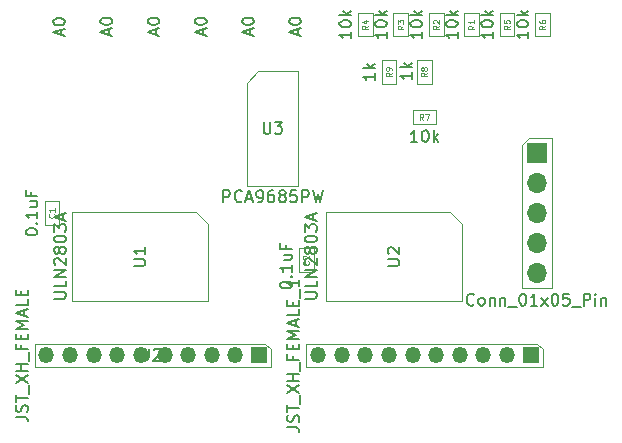
<source format=gbr>
%TF.GenerationSoftware,KiCad,Pcbnew,8.0.4*%
%TF.CreationDate,2024-10-01T17:05:48-05:00*%
%TF.ProjectId,Haptics PWM module,48617074-6963-4732-9050-574d206d6f64,rev?*%
%TF.SameCoordinates,Original*%
%TF.FileFunction,Soldermask,Bot*%
%TF.FilePolarity,Negative*%
%FSLAX46Y46*%
G04 Gerber Fmt 4.6, Leading zero omitted, Abs format (unit mm)*
G04 Created by KiCad (PCBNEW 8.0.4) date 2024-10-01 17:05:48*
%MOMM*%
%LPD*%
G01*
G04 APERTURE LIST*
%ADD10R,1.350000X1.350000*%
%ADD11O,1.350000X1.350000*%
%ADD12R,1.700000X1.700000*%
%ADD13O,1.700000X1.700000*%
%ADD14C,0.150000*%
%ADD15C,0.080000*%
%ADD16C,0.100000*%
G04 APERTURE END LIST*
D10*
%TO.C,J3*%
X123500000Y-145000000D03*
D11*
X121500000Y-145000000D03*
X119500000Y-145000000D03*
X117500000Y-145000000D03*
X115500000Y-145000000D03*
X113500000Y-145000000D03*
X111500000Y-145000000D03*
X109500000Y-145000000D03*
X107500000Y-145000000D03*
X105500000Y-145000000D03*
%TD*%
D10*
%TO.C,J2*%
X100500000Y-145000000D03*
D11*
X98500000Y-145000000D03*
X96500000Y-145000000D03*
X94500000Y-145000000D03*
X92500000Y-145000000D03*
X90500000Y-145000000D03*
X88500000Y-145000000D03*
X86500000Y-145000000D03*
X84500000Y-145000000D03*
X82500000Y-145000000D03*
%TD*%
D12*
%TO.C,J1*%
X124000000Y-127840000D03*
D13*
X124000000Y-130380000D03*
X124000000Y-132920000D03*
X124000000Y-135460000D03*
X124000000Y-138000000D03*
%TD*%
D14*
X83154819Y-140197618D02*
X83964342Y-140197618D01*
X83964342Y-140197618D02*
X84059580Y-140149999D01*
X84059580Y-140149999D02*
X84107200Y-140102380D01*
X84107200Y-140102380D02*
X84154819Y-140007142D01*
X84154819Y-140007142D02*
X84154819Y-139816666D01*
X84154819Y-139816666D02*
X84107200Y-139721428D01*
X84107200Y-139721428D02*
X84059580Y-139673809D01*
X84059580Y-139673809D02*
X83964342Y-139626190D01*
X83964342Y-139626190D02*
X83154819Y-139626190D01*
X84154819Y-138673809D02*
X84154819Y-139149999D01*
X84154819Y-139149999D02*
X83154819Y-139149999D01*
X84154819Y-138340475D02*
X83154819Y-138340475D01*
X83154819Y-138340475D02*
X84154819Y-137769047D01*
X84154819Y-137769047D02*
X83154819Y-137769047D01*
X83250057Y-137340475D02*
X83202438Y-137292856D01*
X83202438Y-137292856D02*
X83154819Y-137197618D01*
X83154819Y-137197618D02*
X83154819Y-136959523D01*
X83154819Y-136959523D02*
X83202438Y-136864285D01*
X83202438Y-136864285D02*
X83250057Y-136816666D01*
X83250057Y-136816666D02*
X83345295Y-136769047D01*
X83345295Y-136769047D02*
X83440533Y-136769047D01*
X83440533Y-136769047D02*
X83583390Y-136816666D01*
X83583390Y-136816666D02*
X84154819Y-137388094D01*
X84154819Y-137388094D02*
X84154819Y-136769047D01*
X83583390Y-136197618D02*
X83535771Y-136292856D01*
X83535771Y-136292856D02*
X83488152Y-136340475D01*
X83488152Y-136340475D02*
X83392914Y-136388094D01*
X83392914Y-136388094D02*
X83345295Y-136388094D01*
X83345295Y-136388094D02*
X83250057Y-136340475D01*
X83250057Y-136340475D02*
X83202438Y-136292856D01*
X83202438Y-136292856D02*
X83154819Y-136197618D01*
X83154819Y-136197618D02*
X83154819Y-136007142D01*
X83154819Y-136007142D02*
X83202438Y-135911904D01*
X83202438Y-135911904D02*
X83250057Y-135864285D01*
X83250057Y-135864285D02*
X83345295Y-135816666D01*
X83345295Y-135816666D02*
X83392914Y-135816666D01*
X83392914Y-135816666D02*
X83488152Y-135864285D01*
X83488152Y-135864285D02*
X83535771Y-135911904D01*
X83535771Y-135911904D02*
X83583390Y-136007142D01*
X83583390Y-136007142D02*
X83583390Y-136197618D01*
X83583390Y-136197618D02*
X83631009Y-136292856D01*
X83631009Y-136292856D02*
X83678628Y-136340475D01*
X83678628Y-136340475D02*
X83773866Y-136388094D01*
X83773866Y-136388094D02*
X83964342Y-136388094D01*
X83964342Y-136388094D02*
X84059580Y-136340475D01*
X84059580Y-136340475D02*
X84107200Y-136292856D01*
X84107200Y-136292856D02*
X84154819Y-136197618D01*
X84154819Y-136197618D02*
X84154819Y-136007142D01*
X84154819Y-136007142D02*
X84107200Y-135911904D01*
X84107200Y-135911904D02*
X84059580Y-135864285D01*
X84059580Y-135864285D02*
X83964342Y-135816666D01*
X83964342Y-135816666D02*
X83773866Y-135816666D01*
X83773866Y-135816666D02*
X83678628Y-135864285D01*
X83678628Y-135864285D02*
X83631009Y-135911904D01*
X83631009Y-135911904D02*
X83583390Y-136007142D01*
X83154819Y-135197618D02*
X83154819Y-135102380D01*
X83154819Y-135102380D02*
X83202438Y-135007142D01*
X83202438Y-135007142D02*
X83250057Y-134959523D01*
X83250057Y-134959523D02*
X83345295Y-134911904D01*
X83345295Y-134911904D02*
X83535771Y-134864285D01*
X83535771Y-134864285D02*
X83773866Y-134864285D01*
X83773866Y-134864285D02*
X83964342Y-134911904D01*
X83964342Y-134911904D02*
X84059580Y-134959523D01*
X84059580Y-134959523D02*
X84107200Y-135007142D01*
X84107200Y-135007142D02*
X84154819Y-135102380D01*
X84154819Y-135102380D02*
X84154819Y-135197618D01*
X84154819Y-135197618D02*
X84107200Y-135292856D01*
X84107200Y-135292856D02*
X84059580Y-135340475D01*
X84059580Y-135340475D02*
X83964342Y-135388094D01*
X83964342Y-135388094D02*
X83773866Y-135435713D01*
X83773866Y-135435713D02*
X83535771Y-135435713D01*
X83535771Y-135435713D02*
X83345295Y-135388094D01*
X83345295Y-135388094D02*
X83250057Y-135340475D01*
X83250057Y-135340475D02*
X83202438Y-135292856D01*
X83202438Y-135292856D02*
X83154819Y-135197618D01*
X83154819Y-134530951D02*
X83154819Y-133911904D01*
X83154819Y-133911904D02*
X83535771Y-134245237D01*
X83535771Y-134245237D02*
X83535771Y-134102380D01*
X83535771Y-134102380D02*
X83583390Y-134007142D01*
X83583390Y-134007142D02*
X83631009Y-133959523D01*
X83631009Y-133959523D02*
X83726247Y-133911904D01*
X83726247Y-133911904D02*
X83964342Y-133911904D01*
X83964342Y-133911904D02*
X84059580Y-133959523D01*
X84059580Y-133959523D02*
X84107200Y-134007142D01*
X84107200Y-134007142D02*
X84154819Y-134102380D01*
X84154819Y-134102380D02*
X84154819Y-134388094D01*
X84154819Y-134388094D02*
X84107200Y-134483332D01*
X84107200Y-134483332D02*
X84059580Y-134530951D01*
X83869104Y-133530951D02*
X83869104Y-133054761D01*
X84154819Y-133626189D02*
X83154819Y-133292856D01*
X83154819Y-133292856D02*
X84154819Y-132959523D01*
X89874819Y-137411904D02*
X90684342Y-137411904D01*
X90684342Y-137411904D02*
X90779580Y-137364285D01*
X90779580Y-137364285D02*
X90827200Y-137316666D01*
X90827200Y-137316666D02*
X90874819Y-137221428D01*
X90874819Y-137221428D02*
X90874819Y-137030952D01*
X90874819Y-137030952D02*
X90827200Y-136935714D01*
X90827200Y-136935714D02*
X90779580Y-136888095D01*
X90779580Y-136888095D02*
X90684342Y-136840476D01*
X90684342Y-136840476D02*
X89874819Y-136840476D01*
X90874819Y-135840476D02*
X90874819Y-136411904D01*
X90874819Y-136126190D02*
X89874819Y-136126190D01*
X89874819Y-136126190D02*
X90017676Y-136221428D01*
X90017676Y-136221428D02*
X90112914Y-136316666D01*
X90112914Y-136316666D02*
X90160533Y-136411904D01*
X110304819Y-121119047D02*
X110304819Y-121690475D01*
X110304819Y-121404761D02*
X109304819Y-121404761D01*
X109304819Y-121404761D02*
X109447676Y-121499999D01*
X109447676Y-121499999D02*
X109542914Y-121595237D01*
X109542914Y-121595237D02*
X109590533Y-121690475D01*
X110304819Y-120690475D02*
X109304819Y-120690475D01*
X109923866Y-120595237D02*
X110304819Y-120309523D01*
X109638152Y-120309523D02*
X110019104Y-120690475D01*
D15*
X111727149Y-121083333D02*
X111489054Y-121249999D01*
X111727149Y-121369047D02*
X111227149Y-121369047D01*
X111227149Y-121369047D02*
X111227149Y-121178571D01*
X111227149Y-121178571D02*
X111250959Y-121130952D01*
X111250959Y-121130952D02*
X111274768Y-121107142D01*
X111274768Y-121107142D02*
X111322387Y-121083333D01*
X111322387Y-121083333D02*
X111393816Y-121083333D01*
X111393816Y-121083333D02*
X111441435Y-121107142D01*
X111441435Y-121107142D02*
X111465244Y-121130952D01*
X111465244Y-121130952D02*
X111489054Y-121178571D01*
X111489054Y-121178571D02*
X111489054Y-121369047D01*
X111727149Y-120845237D02*
X111727149Y-120749999D01*
X111727149Y-120749999D02*
X111703340Y-120702380D01*
X111703340Y-120702380D02*
X111679530Y-120678571D01*
X111679530Y-120678571D02*
X111608101Y-120630952D01*
X111608101Y-120630952D02*
X111512863Y-120607142D01*
X111512863Y-120607142D02*
X111322387Y-120607142D01*
X111322387Y-120607142D02*
X111274768Y-120630952D01*
X111274768Y-120630952D02*
X111250959Y-120654761D01*
X111250959Y-120654761D02*
X111227149Y-120702380D01*
X111227149Y-120702380D02*
X111227149Y-120797618D01*
X111227149Y-120797618D02*
X111250959Y-120845237D01*
X111250959Y-120845237D02*
X111274768Y-120869047D01*
X111274768Y-120869047D02*
X111322387Y-120892856D01*
X111322387Y-120892856D02*
X111441435Y-120892856D01*
X111441435Y-120892856D02*
X111489054Y-120869047D01*
X111489054Y-120869047D02*
X111512863Y-120845237D01*
X111512863Y-120845237D02*
X111536673Y-120797618D01*
X111536673Y-120797618D02*
X111536673Y-120702380D01*
X111536673Y-120702380D02*
X111512863Y-120654761D01*
X111512863Y-120654761D02*
X111489054Y-120630952D01*
X111489054Y-120630952D02*
X111441435Y-120607142D01*
D14*
X102894819Y-151071429D02*
X103609104Y-151071429D01*
X103609104Y-151071429D02*
X103751961Y-151119048D01*
X103751961Y-151119048D02*
X103847200Y-151214286D01*
X103847200Y-151214286D02*
X103894819Y-151357143D01*
X103894819Y-151357143D02*
X103894819Y-151452381D01*
X103847200Y-150642857D02*
X103894819Y-150500000D01*
X103894819Y-150500000D02*
X103894819Y-150261905D01*
X103894819Y-150261905D02*
X103847200Y-150166667D01*
X103847200Y-150166667D02*
X103799580Y-150119048D01*
X103799580Y-150119048D02*
X103704342Y-150071429D01*
X103704342Y-150071429D02*
X103609104Y-150071429D01*
X103609104Y-150071429D02*
X103513866Y-150119048D01*
X103513866Y-150119048D02*
X103466247Y-150166667D01*
X103466247Y-150166667D02*
X103418628Y-150261905D01*
X103418628Y-150261905D02*
X103371009Y-150452381D01*
X103371009Y-150452381D02*
X103323390Y-150547619D01*
X103323390Y-150547619D02*
X103275771Y-150595238D01*
X103275771Y-150595238D02*
X103180533Y-150642857D01*
X103180533Y-150642857D02*
X103085295Y-150642857D01*
X103085295Y-150642857D02*
X102990057Y-150595238D01*
X102990057Y-150595238D02*
X102942438Y-150547619D01*
X102942438Y-150547619D02*
X102894819Y-150452381D01*
X102894819Y-150452381D02*
X102894819Y-150214286D01*
X102894819Y-150214286D02*
X102942438Y-150071429D01*
X102894819Y-149785714D02*
X102894819Y-149214286D01*
X103894819Y-149500000D02*
X102894819Y-149500000D01*
X103990057Y-149119048D02*
X103990057Y-148357143D01*
X102894819Y-148214285D02*
X103894819Y-147547619D01*
X102894819Y-147547619D02*
X103894819Y-148214285D01*
X103894819Y-147166666D02*
X102894819Y-147166666D01*
X103371009Y-147166666D02*
X103371009Y-146595238D01*
X103894819Y-146595238D02*
X102894819Y-146595238D01*
X103990057Y-146357143D02*
X103990057Y-145595238D01*
X103371009Y-145023809D02*
X103371009Y-145357142D01*
X103894819Y-145357142D02*
X102894819Y-145357142D01*
X102894819Y-145357142D02*
X102894819Y-144880952D01*
X103371009Y-144499999D02*
X103371009Y-144166666D01*
X103894819Y-144023809D02*
X103894819Y-144499999D01*
X103894819Y-144499999D02*
X102894819Y-144499999D01*
X102894819Y-144499999D02*
X102894819Y-144023809D01*
X103894819Y-143595237D02*
X102894819Y-143595237D01*
X102894819Y-143595237D02*
X103609104Y-143261904D01*
X103609104Y-143261904D02*
X102894819Y-142928571D01*
X102894819Y-142928571D02*
X103894819Y-142928571D01*
X103609104Y-142499999D02*
X103609104Y-142023809D01*
X103894819Y-142595237D02*
X102894819Y-142261904D01*
X102894819Y-142261904D02*
X103894819Y-141928571D01*
X103894819Y-141119047D02*
X103894819Y-141595237D01*
X103894819Y-141595237D02*
X102894819Y-141595237D01*
X103371009Y-140785713D02*
X103371009Y-140452380D01*
X103894819Y-140309523D02*
X103894819Y-140785713D01*
X103894819Y-140785713D02*
X102894819Y-140785713D01*
X102894819Y-140785713D02*
X102894819Y-140309523D01*
X103990057Y-140119047D02*
X103990057Y-139357142D01*
X103894819Y-138595237D02*
X103894819Y-139166665D01*
X103894819Y-138880951D02*
X102894819Y-138880951D01*
X102894819Y-138880951D02*
X103037676Y-138976189D01*
X103037676Y-138976189D02*
X103132914Y-139071427D01*
X103132914Y-139071427D02*
X103180533Y-139166665D01*
X120304819Y-117595238D02*
X120304819Y-118166666D01*
X120304819Y-117880952D02*
X119304819Y-117880952D01*
X119304819Y-117880952D02*
X119447676Y-117976190D01*
X119447676Y-117976190D02*
X119542914Y-118071428D01*
X119542914Y-118071428D02*
X119590533Y-118166666D01*
X119304819Y-116976190D02*
X119304819Y-116880952D01*
X119304819Y-116880952D02*
X119352438Y-116785714D01*
X119352438Y-116785714D02*
X119400057Y-116738095D01*
X119400057Y-116738095D02*
X119495295Y-116690476D01*
X119495295Y-116690476D02*
X119685771Y-116642857D01*
X119685771Y-116642857D02*
X119923866Y-116642857D01*
X119923866Y-116642857D02*
X120114342Y-116690476D01*
X120114342Y-116690476D02*
X120209580Y-116738095D01*
X120209580Y-116738095D02*
X120257200Y-116785714D01*
X120257200Y-116785714D02*
X120304819Y-116880952D01*
X120304819Y-116880952D02*
X120304819Y-116976190D01*
X120304819Y-116976190D02*
X120257200Y-117071428D01*
X120257200Y-117071428D02*
X120209580Y-117119047D01*
X120209580Y-117119047D02*
X120114342Y-117166666D01*
X120114342Y-117166666D02*
X119923866Y-117214285D01*
X119923866Y-117214285D02*
X119685771Y-117214285D01*
X119685771Y-117214285D02*
X119495295Y-117166666D01*
X119495295Y-117166666D02*
X119400057Y-117119047D01*
X119400057Y-117119047D02*
X119352438Y-117071428D01*
X119352438Y-117071428D02*
X119304819Y-116976190D01*
X120304819Y-116214285D02*
X119304819Y-116214285D01*
X119923866Y-116119047D02*
X120304819Y-115833333D01*
X119638152Y-115833333D02*
X120019104Y-116214285D01*
D15*
X121727149Y-117083333D02*
X121489054Y-117249999D01*
X121727149Y-117369047D02*
X121227149Y-117369047D01*
X121227149Y-117369047D02*
X121227149Y-117178571D01*
X121227149Y-117178571D02*
X121250959Y-117130952D01*
X121250959Y-117130952D02*
X121274768Y-117107142D01*
X121274768Y-117107142D02*
X121322387Y-117083333D01*
X121322387Y-117083333D02*
X121393816Y-117083333D01*
X121393816Y-117083333D02*
X121441435Y-117107142D01*
X121441435Y-117107142D02*
X121465244Y-117130952D01*
X121465244Y-117130952D02*
X121489054Y-117178571D01*
X121489054Y-117178571D02*
X121489054Y-117369047D01*
X121227149Y-116630952D02*
X121227149Y-116869047D01*
X121227149Y-116869047D02*
X121465244Y-116892856D01*
X121465244Y-116892856D02*
X121441435Y-116869047D01*
X121441435Y-116869047D02*
X121417625Y-116821428D01*
X121417625Y-116821428D02*
X121417625Y-116702380D01*
X121417625Y-116702380D02*
X121441435Y-116654761D01*
X121441435Y-116654761D02*
X121465244Y-116630952D01*
X121465244Y-116630952D02*
X121512863Y-116607142D01*
X121512863Y-116607142D02*
X121631911Y-116607142D01*
X121631911Y-116607142D02*
X121679530Y-116630952D01*
X121679530Y-116630952D02*
X121703340Y-116654761D01*
X121703340Y-116654761D02*
X121727149Y-116702380D01*
X121727149Y-116702380D02*
X121727149Y-116821428D01*
X121727149Y-116821428D02*
X121703340Y-116869047D01*
X121703340Y-116869047D02*
X121679530Y-116892856D01*
D14*
X95769104Y-117851785D02*
X95769104Y-117375595D01*
X96054819Y-117947023D02*
X95054819Y-117613690D01*
X95054819Y-117613690D02*
X96054819Y-117280357D01*
X95054819Y-116756547D02*
X95054819Y-116661309D01*
X95054819Y-116661309D02*
X95102438Y-116566071D01*
X95102438Y-116566071D02*
X95150057Y-116518452D01*
X95150057Y-116518452D02*
X95245295Y-116470833D01*
X95245295Y-116470833D02*
X95435771Y-116423214D01*
X95435771Y-116423214D02*
X95673866Y-116423214D01*
X95673866Y-116423214D02*
X95864342Y-116470833D01*
X95864342Y-116470833D02*
X95959580Y-116518452D01*
X95959580Y-116518452D02*
X96007200Y-116566071D01*
X96007200Y-116566071D02*
X96054819Y-116661309D01*
X96054819Y-116661309D02*
X96054819Y-116756547D01*
X96054819Y-116756547D02*
X96007200Y-116851785D01*
X96007200Y-116851785D02*
X95959580Y-116899404D01*
X95959580Y-116899404D02*
X95864342Y-116947023D01*
X95864342Y-116947023D02*
X95673866Y-116994642D01*
X95673866Y-116994642D02*
X95435771Y-116994642D01*
X95435771Y-116994642D02*
X95245295Y-116947023D01*
X95245295Y-116947023D02*
X95150057Y-116899404D01*
X95150057Y-116899404D02*
X95102438Y-116851785D01*
X95102438Y-116851785D02*
X95054819Y-116756547D01*
X103769104Y-117851785D02*
X103769104Y-117375595D01*
X104054819Y-117947023D02*
X103054819Y-117613690D01*
X103054819Y-117613690D02*
X104054819Y-117280357D01*
X103054819Y-116756547D02*
X103054819Y-116661309D01*
X103054819Y-116661309D02*
X103102438Y-116566071D01*
X103102438Y-116566071D02*
X103150057Y-116518452D01*
X103150057Y-116518452D02*
X103245295Y-116470833D01*
X103245295Y-116470833D02*
X103435771Y-116423214D01*
X103435771Y-116423214D02*
X103673866Y-116423214D01*
X103673866Y-116423214D02*
X103864342Y-116470833D01*
X103864342Y-116470833D02*
X103959580Y-116518452D01*
X103959580Y-116518452D02*
X104007200Y-116566071D01*
X104007200Y-116566071D02*
X104054819Y-116661309D01*
X104054819Y-116661309D02*
X104054819Y-116756547D01*
X104054819Y-116756547D02*
X104007200Y-116851785D01*
X104007200Y-116851785D02*
X103959580Y-116899404D01*
X103959580Y-116899404D02*
X103864342Y-116947023D01*
X103864342Y-116947023D02*
X103673866Y-116994642D01*
X103673866Y-116994642D02*
X103435771Y-116994642D01*
X103435771Y-116994642D02*
X103245295Y-116947023D01*
X103245295Y-116947023D02*
X103150057Y-116899404D01*
X103150057Y-116899404D02*
X103102438Y-116851785D01*
X103102438Y-116851785D02*
X103054819Y-116756547D01*
X108304819Y-117595238D02*
X108304819Y-118166666D01*
X108304819Y-117880952D02*
X107304819Y-117880952D01*
X107304819Y-117880952D02*
X107447676Y-117976190D01*
X107447676Y-117976190D02*
X107542914Y-118071428D01*
X107542914Y-118071428D02*
X107590533Y-118166666D01*
X107304819Y-116976190D02*
X107304819Y-116880952D01*
X107304819Y-116880952D02*
X107352438Y-116785714D01*
X107352438Y-116785714D02*
X107400057Y-116738095D01*
X107400057Y-116738095D02*
X107495295Y-116690476D01*
X107495295Y-116690476D02*
X107685771Y-116642857D01*
X107685771Y-116642857D02*
X107923866Y-116642857D01*
X107923866Y-116642857D02*
X108114342Y-116690476D01*
X108114342Y-116690476D02*
X108209580Y-116738095D01*
X108209580Y-116738095D02*
X108257200Y-116785714D01*
X108257200Y-116785714D02*
X108304819Y-116880952D01*
X108304819Y-116880952D02*
X108304819Y-116976190D01*
X108304819Y-116976190D02*
X108257200Y-117071428D01*
X108257200Y-117071428D02*
X108209580Y-117119047D01*
X108209580Y-117119047D02*
X108114342Y-117166666D01*
X108114342Y-117166666D02*
X107923866Y-117214285D01*
X107923866Y-117214285D02*
X107685771Y-117214285D01*
X107685771Y-117214285D02*
X107495295Y-117166666D01*
X107495295Y-117166666D02*
X107400057Y-117119047D01*
X107400057Y-117119047D02*
X107352438Y-117071428D01*
X107352438Y-117071428D02*
X107304819Y-116976190D01*
X108304819Y-116214285D02*
X107304819Y-116214285D01*
X107923866Y-116119047D02*
X108304819Y-115833333D01*
X107638152Y-115833333D02*
X108019104Y-116214285D01*
D15*
X109727149Y-117083333D02*
X109489054Y-117249999D01*
X109727149Y-117369047D02*
X109227149Y-117369047D01*
X109227149Y-117369047D02*
X109227149Y-117178571D01*
X109227149Y-117178571D02*
X109250959Y-117130952D01*
X109250959Y-117130952D02*
X109274768Y-117107142D01*
X109274768Y-117107142D02*
X109322387Y-117083333D01*
X109322387Y-117083333D02*
X109393816Y-117083333D01*
X109393816Y-117083333D02*
X109441435Y-117107142D01*
X109441435Y-117107142D02*
X109465244Y-117130952D01*
X109465244Y-117130952D02*
X109489054Y-117178571D01*
X109489054Y-117178571D02*
X109489054Y-117369047D01*
X109393816Y-116654761D02*
X109727149Y-116654761D01*
X109203340Y-116773809D02*
X109560482Y-116892856D01*
X109560482Y-116892856D02*
X109560482Y-116583333D01*
D14*
X113903076Y-126934928D02*
X113331648Y-126934928D01*
X113617362Y-126934928D02*
X113617362Y-125934928D01*
X113617362Y-125934928D02*
X113522124Y-126077785D01*
X113522124Y-126077785D02*
X113426886Y-126173023D01*
X113426886Y-126173023D02*
X113331648Y-126220642D01*
X114522124Y-125934928D02*
X114617362Y-125934928D01*
X114617362Y-125934928D02*
X114712600Y-125982547D01*
X114712600Y-125982547D02*
X114760219Y-126030166D01*
X114760219Y-126030166D02*
X114807838Y-126125404D01*
X114807838Y-126125404D02*
X114855457Y-126315880D01*
X114855457Y-126315880D02*
X114855457Y-126553975D01*
X114855457Y-126553975D02*
X114807838Y-126744451D01*
X114807838Y-126744451D02*
X114760219Y-126839689D01*
X114760219Y-126839689D02*
X114712600Y-126887309D01*
X114712600Y-126887309D02*
X114617362Y-126934928D01*
X114617362Y-126934928D02*
X114522124Y-126934928D01*
X114522124Y-126934928D02*
X114426886Y-126887309D01*
X114426886Y-126887309D02*
X114379267Y-126839689D01*
X114379267Y-126839689D02*
X114331648Y-126744451D01*
X114331648Y-126744451D02*
X114284029Y-126553975D01*
X114284029Y-126553975D02*
X114284029Y-126315880D01*
X114284029Y-126315880D02*
X114331648Y-126125404D01*
X114331648Y-126125404D02*
X114379267Y-126030166D01*
X114379267Y-126030166D02*
X114426886Y-125982547D01*
X114426886Y-125982547D02*
X114522124Y-125934928D01*
X115284029Y-126934928D02*
X115284029Y-125934928D01*
X115379267Y-126553975D02*
X115664981Y-126934928D01*
X115664981Y-126268261D02*
X115284029Y-126649213D01*
D15*
X114414981Y-125057258D02*
X114248315Y-124819163D01*
X114129267Y-125057258D02*
X114129267Y-124557258D01*
X114129267Y-124557258D02*
X114319743Y-124557258D01*
X114319743Y-124557258D02*
X114367362Y-124581068D01*
X114367362Y-124581068D02*
X114391172Y-124604877D01*
X114391172Y-124604877D02*
X114414981Y-124652496D01*
X114414981Y-124652496D02*
X114414981Y-124723925D01*
X114414981Y-124723925D02*
X114391172Y-124771544D01*
X114391172Y-124771544D02*
X114367362Y-124795353D01*
X114367362Y-124795353D02*
X114319743Y-124819163D01*
X114319743Y-124819163D02*
X114129267Y-124819163D01*
X114581648Y-124557258D02*
X114914981Y-124557258D01*
X114914981Y-124557258D02*
X114700696Y-125057258D01*
D14*
X123304819Y-117595238D02*
X123304819Y-118166666D01*
X123304819Y-117880952D02*
X122304819Y-117880952D01*
X122304819Y-117880952D02*
X122447676Y-117976190D01*
X122447676Y-117976190D02*
X122542914Y-118071428D01*
X122542914Y-118071428D02*
X122590533Y-118166666D01*
X122304819Y-116976190D02*
X122304819Y-116880952D01*
X122304819Y-116880952D02*
X122352438Y-116785714D01*
X122352438Y-116785714D02*
X122400057Y-116738095D01*
X122400057Y-116738095D02*
X122495295Y-116690476D01*
X122495295Y-116690476D02*
X122685771Y-116642857D01*
X122685771Y-116642857D02*
X122923866Y-116642857D01*
X122923866Y-116642857D02*
X123114342Y-116690476D01*
X123114342Y-116690476D02*
X123209580Y-116738095D01*
X123209580Y-116738095D02*
X123257200Y-116785714D01*
X123257200Y-116785714D02*
X123304819Y-116880952D01*
X123304819Y-116880952D02*
X123304819Y-116976190D01*
X123304819Y-116976190D02*
X123257200Y-117071428D01*
X123257200Y-117071428D02*
X123209580Y-117119047D01*
X123209580Y-117119047D02*
X123114342Y-117166666D01*
X123114342Y-117166666D02*
X122923866Y-117214285D01*
X122923866Y-117214285D02*
X122685771Y-117214285D01*
X122685771Y-117214285D02*
X122495295Y-117166666D01*
X122495295Y-117166666D02*
X122400057Y-117119047D01*
X122400057Y-117119047D02*
X122352438Y-117071428D01*
X122352438Y-117071428D02*
X122304819Y-116976190D01*
X123304819Y-116214285D02*
X122304819Y-116214285D01*
X122923866Y-116119047D02*
X123304819Y-115833333D01*
X122638152Y-115833333D02*
X123019104Y-116214285D01*
D15*
X124727149Y-117083333D02*
X124489054Y-117249999D01*
X124727149Y-117369047D02*
X124227149Y-117369047D01*
X124227149Y-117369047D02*
X124227149Y-117178571D01*
X124227149Y-117178571D02*
X124250959Y-117130952D01*
X124250959Y-117130952D02*
X124274768Y-117107142D01*
X124274768Y-117107142D02*
X124322387Y-117083333D01*
X124322387Y-117083333D02*
X124393816Y-117083333D01*
X124393816Y-117083333D02*
X124441435Y-117107142D01*
X124441435Y-117107142D02*
X124465244Y-117130952D01*
X124465244Y-117130952D02*
X124489054Y-117178571D01*
X124489054Y-117178571D02*
X124489054Y-117369047D01*
X124227149Y-116654761D02*
X124227149Y-116749999D01*
X124227149Y-116749999D02*
X124250959Y-116797618D01*
X124250959Y-116797618D02*
X124274768Y-116821428D01*
X124274768Y-116821428D02*
X124346197Y-116869047D01*
X124346197Y-116869047D02*
X124441435Y-116892856D01*
X124441435Y-116892856D02*
X124631911Y-116892856D01*
X124631911Y-116892856D02*
X124679530Y-116869047D01*
X124679530Y-116869047D02*
X124703340Y-116845237D01*
X124703340Y-116845237D02*
X124727149Y-116797618D01*
X124727149Y-116797618D02*
X124727149Y-116702380D01*
X124727149Y-116702380D02*
X124703340Y-116654761D01*
X124703340Y-116654761D02*
X124679530Y-116630952D01*
X124679530Y-116630952D02*
X124631911Y-116607142D01*
X124631911Y-116607142D02*
X124512863Y-116607142D01*
X124512863Y-116607142D02*
X124465244Y-116630952D01*
X124465244Y-116630952D02*
X124441435Y-116654761D01*
X124441435Y-116654761D02*
X124417625Y-116702380D01*
X124417625Y-116702380D02*
X124417625Y-116797618D01*
X124417625Y-116797618D02*
X124441435Y-116845237D01*
X124441435Y-116845237D02*
X124465244Y-116869047D01*
X124465244Y-116869047D02*
X124512863Y-116892856D01*
D14*
X83769104Y-117901785D02*
X83769104Y-117425595D01*
X84054819Y-117997023D02*
X83054819Y-117663690D01*
X83054819Y-117663690D02*
X84054819Y-117330357D01*
X83054819Y-116806547D02*
X83054819Y-116711309D01*
X83054819Y-116711309D02*
X83102438Y-116616071D01*
X83102438Y-116616071D02*
X83150057Y-116568452D01*
X83150057Y-116568452D02*
X83245295Y-116520833D01*
X83245295Y-116520833D02*
X83435771Y-116473214D01*
X83435771Y-116473214D02*
X83673866Y-116473214D01*
X83673866Y-116473214D02*
X83864342Y-116520833D01*
X83864342Y-116520833D02*
X83959580Y-116568452D01*
X83959580Y-116568452D02*
X84007200Y-116616071D01*
X84007200Y-116616071D02*
X84054819Y-116711309D01*
X84054819Y-116711309D02*
X84054819Y-116806547D01*
X84054819Y-116806547D02*
X84007200Y-116901785D01*
X84007200Y-116901785D02*
X83959580Y-116949404D01*
X83959580Y-116949404D02*
X83864342Y-116997023D01*
X83864342Y-116997023D02*
X83673866Y-117044642D01*
X83673866Y-117044642D02*
X83435771Y-117044642D01*
X83435771Y-117044642D02*
X83245295Y-116997023D01*
X83245295Y-116997023D02*
X83150057Y-116949404D01*
X83150057Y-116949404D02*
X83102438Y-116901785D01*
X83102438Y-116901785D02*
X83054819Y-116806547D01*
X79894819Y-150214286D02*
X80609104Y-150214286D01*
X80609104Y-150214286D02*
X80751961Y-150261905D01*
X80751961Y-150261905D02*
X80847200Y-150357143D01*
X80847200Y-150357143D02*
X80894819Y-150500000D01*
X80894819Y-150500000D02*
X80894819Y-150595238D01*
X80847200Y-149785714D02*
X80894819Y-149642857D01*
X80894819Y-149642857D02*
X80894819Y-149404762D01*
X80894819Y-149404762D02*
X80847200Y-149309524D01*
X80847200Y-149309524D02*
X80799580Y-149261905D01*
X80799580Y-149261905D02*
X80704342Y-149214286D01*
X80704342Y-149214286D02*
X80609104Y-149214286D01*
X80609104Y-149214286D02*
X80513866Y-149261905D01*
X80513866Y-149261905D02*
X80466247Y-149309524D01*
X80466247Y-149309524D02*
X80418628Y-149404762D01*
X80418628Y-149404762D02*
X80371009Y-149595238D01*
X80371009Y-149595238D02*
X80323390Y-149690476D01*
X80323390Y-149690476D02*
X80275771Y-149738095D01*
X80275771Y-149738095D02*
X80180533Y-149785714D01*
X80180533Y-149785714D02*
X80085295Y-149785714D01*
X80085295Y-149785714D02*
X79990057Y-149738095D01*
X79990057Y-149738095D02*
X79942438Y-149690476D01*
X79942438Y-149690476D02*
X79894819Y-149595238D01*
X79894819Y-149595238D02*
X79894819Y-149357143D01*
X79894819Y-149357143D02*
X79942438Y-149214286D01*
X79894819Y-148928571D02*
X79894819Y-148357143D01*
X80894819Y-148642857D02*
X79894819Y-148642857D01*
X80990057Y-148261905D02*
X80990057Y-147500000D01*
X79894819Y-147357142D02*
X80894819Y-146690476D01*
X79894819Y-146690476D02*
X80894819Y-147357142D01*
X80894819Y-146309523D02*
X79894819Y-146309523D01*
X80371009Y-146309523D02*
X80371009Y-145738095D01*
X80894819Y-145738095D02*
X79894819Y-145738095D01*
X80990057Y-145500000D02*
X80990057Y-144738095D01*
X80371009Y-144166666D02*
X80371009Y-144499999D01*
X80894819Y-144499999D02*
X79894819Y-144499999D01*
X79894819Y-144499999D02*
X79894819Y-144023809D01*
X80371009Y-143642856D02*
X80371009Y-143309523D01*
X80894819Y-143166666D02*
X80894819Y-143642856D01*
X80894819Y-143642856D02*
X79894819Y-143642856D01*
X79894819Y-143642856D02*
X79894819Y-143166666D01*
X80894819Y-142738094D02*
X79894819Y-142738094D01*
X79894819Y-142738094D02*
X80609104Y-142404761D01*
X80609104Y-142404761D02*
X79894819Y-142071428D01*
X79894819Y-142071428D02*
X80894819Y-142071428D01*
X80609104Y-141642856D02*
X80609104Y-141166666D01*
X80894819Y-141738094D02*
X79894819Y-141404761D01*
X79894819Y-141404761D02*
X80894819Y-141071428D01*
X80894819Y-140261904D02*
X80894819Y-140738094D01*
X80894819Y-140738094D02*
X79894819Y-140738094D01*
X80371009Y-139928570D02*
X80371009Y-139595237D01*
X80894819Y-139452380D02*
X80894819Y-139928570D01*
X80894819Y-139928570D02*
X79894819Y-139928570D01*
X79894819Y-139928570D02*
X79894819Y-139452380D01*
X91166666Y-144454819D02*
X91166666Y-145169104D01*
X91166666Y-145169104D02*
X91119047Y-145311961D01*
X91119047Y-145311961D02*
X91023809Y-145407200D01*
X91023809Y-145407200D02*
X90880952Y-145454819D01*
X90880952Y-145454819D02*
X90785714Y-145454819D01*
X91595238Y-144550057D02*
X91642857Y-144502438D01*
X91642857Y-144502438D02*
X91738095Y-144454819D01*
X91738095Y-144454819D02*
X91976190Y-144454819D01*
X91976190Y-144454819D02*
X92071428Y-144502438D01*
X92071428Y-144502438D02*
X92119047Y-144550057D01*
X92119047Y-144550057D02*
X92166666Y-144645295D01*
X92166666Y-144645295D02*
X92166666Y-144740533D01*
X92166666Y-144740533D02*
X92119047Y-144883390D01*
X92119047Y-144883390D02*
X91547619Y-145454819D01*
X91547619Y-145454819D02*
X92166666Y-145454819D01*
X114304819Y-117595238D02*
X114304819Y-118166666D01*
X114304819Y-117880952D02*
X113304819Y-117880952D01*
X113304819Y-117880952D02*
X113447676Y-117976190D01*
X113447676Y-117976190D02*
X113542914Y-118071428D01*
X113542914Y-118071428D02*
X113590533Y-118166666D01*
X113304819Y-116976190D02*
X113304819Y-116880952D01*
X113304819Y-116880952D02*
X113352438Y-116785714D01*
X113352438Y-116785714D02*
X113400057Y-116738095D01*
X113400057Y-116738095D02*
X113495295Y-116690476D01*
X113495295Y-116690476D02*
X113685771Y-116642857D01*
X113685771Y-116642857D02*
X113923866Y-116642857D01*
X113923866Y-116642857D02*
X114114342Y-116690476D01*
X114114342Y-116690476D02*
X114209580Y-116738095D01*
X114209580Y-116738095D02*
X114257200Y-116785714D01*
X114257200Y-116785714D02*
X114304819Y-116880952D01*
X114304819Y-116880952D02*
X114304819Y-116976190D01*
X114304819Y-116976190D02*
X114257200Y-117071428D01*
X114257200Y-117071428D02*
X114209580Y-117119047D01*
X114209580Y-117119047D02*
X114114342Y-117166666D01*
X114114342Y-117166666D02*
X113923866Y-117214285D01*
X113923866Y-117214285D02*
X113685771Y-117214285D01*
X113685771Y-117214285D02*
X113495295Y-117166666D01*
X113495295Y-117166666D02*
X113400057Y-117119047D01*
X113400057Y-117119047D02*
X113352438Y-117071428D01*
X113352438Y-117071428D02*
X113304819Y-116976190D01*
X114304819Y-116214285D02*
X113304819Y-116214285D01*
X113923866Y-116119047D02*
X114304819Y-115833333D01*
X113638152Y-115833333D02*
X114019104Y-116214285D01*
D15*
X115727149Y-117083333D02*
X115489054Y-117249999D01*
X115727149Y-117369047D02*
X115227149Y-117369047D01*
X115227149Y-117369047D02*
X115227149Y-117178571D01*
X115227149Y-117178571D02*
X115250959Y-117130952D01*
X115250959Y-117130952D02*
X115274768Y-117107142D01*
X115274768Y-117107142D02*
X115322387Y-117083333D01*
X115322387Y-117083333D02*
X115393816Y-117083333D01*
X115393816Y-117083333D02*
X115441435Y-117107142D01*
X115441435Y-117107142D02*
X115465244Y-117130952D01*
X115465244Y-117130952D02*
X115489054Y-117178571D01*
X115489054Y-117178571D02*
X115489054Y-117369047D01*
X115274768Y-116892856D02*
X115250959Y-116869047D01*
X115250959Y-116869047D02*
X115227149Y-116821428D01*
X115227149Y-116821428D02*
X115227149Y-116702380D01*
X115227149Y-116702380D02*
X115250959Y-116654761D01*
X115250959Y-116654761D02*
X115274768Y-116630952D01*
X115274768Y-116630952D02*
X115322387Y-116607142D01*
X115322387Y-116607142D02*
X115370006Y-116607142D01*
X115370006Y-116607142D02*
X115441435Y-116630952D01*
X115441435Y-116630952D02*
X115727149Y-116916666D01*
X115727149Y-116916666D02*
X115727149Y-116607142D01*
D14*
X80734819Y-134592856D02*
X80734819Y-134497618D01*
X80734819Y-134497618D02*
X80782438Y-134402380D01*
X80782438Y-134402380D02*
X80830057Y-134354761D01*
X80830057Y-134354761D02*
X80925295Y-134307142D01*
X80925295Y-134307142D02*
X81115771Y-134259523D01*
X81115771Y-134259523D02*
X81353866Y-134259523D01*
X81353866Y-134259523D02*
X81544342Y-134307142D01*
X81544342Y-134307142D02*
X81639580Y-134354761D01*
X81639580Y-134354761D02*
X81687200Y-134402380D01*
X81687200Y-134402380D02*
X81734819Y-134497618D01*
X81734819Y-134497618D02*
X81734819Y-134592856D01*
X81734819Y-134592856D02*
X81687200Y-134688094D01*
X81687200Y-134688094D02*
X81639580Y-134735713D01*
X81639580Y-134735713D02*
X81544342Y-134783332D01*
X81544342Y-134783332D02*
X81353866Y-134830951D01*
X81353866Y-134830951D02*
X81115771Y-134830951D01*
X81115771Y-134830951D02*
X80925295Y-134783332D01*
X80925295Y-134783332D02*
X80830057Y-134735713D01*
X80830057Y-134735713D02*
X80782438Y-134688094D01*
X80782438Y-134688094D02*
X80734819Y-134592856D01*
X81639580Y-133830951D02*
X81687200Y-133783332D01*
X81687200Y-133783332D02*
X81734819Y-133830951D01*
X81734819Y-133830951D02*
X81687200Y-133878570D01*
X81687200Y-133878570D02*
X81639580Y-133830951D01*
X81639580Y-133830951D02*
X81734819Y-133830951D01*
X81734819Y-132830952D02*
X81734819Y-133402380D01*
X81734819Y-133116666D02*
X80734819Y-133116666D01*
X80734819Y-133116666D02*
X80877676Y-133211904D01*
X80877676Y-133211904D02*
X80972914Y-133307142D01*
X80972914Y-133307142D02*
X81020533Y-133402380D01*
X81068152Y-131973809D02*
X81734819Y-131973809D01*
X81068152Y-132402380D02*
X81591961Y-132402380D01*
X81591961Y-132402380D02*
X81687200Y-132354761D01*
X81687200Y-132354761D02*
X81734819Y-132259523D01*
X81734819Y-132259523D02*
X81734819Y-132116666D01*
X81734819Y-132116666D02*
X81687200Y-132021428D01*
X81687200Y-132021428D02*
X81639580Y-131973809D01*
X81211009Y-131164285D02*
X81211009Y-131497618D01*
X81734819Y-131497618D02*
X80734819Y-131497618D01*
X80734819Y-131497618D02*
X80734819Y-131021428D01*
D15*
X83139530Y-133033333D02*
X83163340Y-133057142D01*
X83163340Y-133057142D02*
X83187149Y-133128571D01*
X83187149Y-133128571D02*
X83187149Y-133176190D01*
X83187149Y-133176190D02*
X83163340Y-133247618D01*
X83163340Y-133247618D02*
X83115720Y-133295237D01*
X83115720Y-133295237D02*
X83068101Y-133319047D01*
X83068101Y-133319047D02*
X82972863Y-133342856D01*
X82972863Y-133342856D02*
X82901435Y-133342856D01*
X82901435Y-133342856D02*
X82806197Y-133319047D01*
X82806197Y-133319047D02*
X82758578Y-133295237D01*
X82758578Y-133295237D02*
X82710959Y-133247618D01*
X82710959Y-133247618D02*
X82687149Y-133176190D01*
X82687149Y-133176190D02*
X82687149Y-133128571D01*
X82687149Y-133128571D02*
X82710959Y-133057142D01*
X82710959Y-133057142D02*
X82734768Y-133033333D01*
X83187149Y-132557142D02*
X83187149Y-132842856D01*
X83187149Y-132699999D02*
X82687149Y-132699999D01*
X82687149Y-132699999D02*
X82758578Y-132747618D01*
X82758578Y-132747618D02*
X82806197Y-132795237D01*
X82806197Y-132795237D02*
X82830006Y-132842856D01*
D14*
X117304819Y-117595238D02*
X117304819Y-118166666D01*
X117304819Y-117880952D02*
X116304819Y-117880952D01*
X116304819Y-117880952D02*
X116447676Y-117976190D01*
X116447676Y-117976190D02*
X116542914Y-118071428D01*
X116542914Y-118071428D02*
X116590533Y-118166666D01*
X116304819Y-116976190D02*
X116304819Y-116880952D01*
X116304819Y-116880952D02*
X116352438Y-116785714D01*
X116352438Y-116785714D02*
X116400057Y-116738095D01*
X116400057Y-116738095D02*
X116495295Y-116690476D01*
X116495295Y-116690476D02*
X116685771Y-116642857D01*
X116685771Y-116642857D02*
X116923866Y-116642857D01*
X116923866Y-116642857D02*
X117114342Y-116690476D01*
X117114342Y-116690476D02*
X117209580Y-116738095D01*
X117209580Y-116738095D02*
X117257200Y-116785714D01*
X117257200Y-116785714D02*
X117304819Y-116880952D01*
X117304819Y-116880952D02*
X117304819Y-116976190D01*
X117304819Y-116976190D02*
X117257200Y-117071428D01*
X117257200Y-117071428D02*
X117209580Y-117119047D01*
X117209580Y-117119047D02*
X117114342Y-117166666D01*
X117114342Y-117166666D02*
X116923866Y-117214285D01*
X116923866Y-117214285D02*
X116685771Y-117214285D01*
X116685771Y-117214285D02*
X116495295Y-117166666D01*
X116495295Y-117166666D02*
X116400057Y-117119047D01*
X116400057Y-117119047D02*
X116352438Y-117071428D01*
X116352438Y-117071428D02*
X116304819Y-116976190D01*
X117304819Y-116214285D02*
X116304819Y-116214285D01*
X116923866Y-116119047D02*
X117304819Y-115833333D01*
X116638152Y-115833333D02*
X117019104Y-116214285D01*
D15*
X118727149Y-117083333D02*
X118489054Y-117249999D01*
X118727149Y-117369047D02*
X118227149Y-117369047D01*
X118227149Y-117369047D02*
X118227149Y-117178571D01*
X118227149Y-117178571D02*
X118250959Y-117130952D01*
X118250959Y-117130952D02*
X118274768Y-117107142D01*
X118274768Y-117107142D02*
X118322387Y-117083333D01*
X118322387Y-117083333D02*
X118393816Y-117083333D01*
X118393816Y-117083333D02*
X118441435Y-117107142D01*
X118441435Y-117107142D02*
X118465244Y-117130952D01*
X118465244Y-117130952D02*
X118489054Y-117178571D01*
X118489054Y-117178571D02*
X118489054Y-117369047D01*
X118727149Y-116607142D02*
X118727149Y-116892856D01*
X118727149Y-116749999D02*
X118227149Y-116749999D01*
X118227149Y-116749999D02*
X118298578Y-116797618D01*
X118298578Y-116797618D02*
X118346197Y-116845237D01*
X118346197Y-116845237D02*
X118370006Y-116892856D01*
D14*
X99769104Y-117851785D02*
X99769104Y-117375595D01*
X100054819Y-117947023D02*
X99054819Y-117613690D01*
X99054819Y-117613690D02*
X100054819Y-117280357D01*
X99054819Y-116756547D02*
X99054819Y-116661309D01*
X99054819Y-116661309D02*
X99102438Y-116566071D01*
X99102438Y-116566071D02*
X99150057Y-116518452D01*
X99150057Y-116518452D02*
X99245295Y-116470833D01*
X99245295Y-116470833D02*
X99435771Y-116423214D01*
X99435771Y-116423214D02*
X99673866Y-116423214D01*
X99673866Y-116423214D02*
X99864342Y-116470833D01*
X99864342Y-116470833D02*
X99959580Y-116518452D01*
X99959580Y-116518452D02*
X100007200Y-116566071D01*
X100007200Y-116566071D02*
X100054819Y-116661309D01*
X100054819Y-116661309D02*
X100054819Y-116756547D01*
X100054819Y-116756547D02*
X100007200Y-116851785D01*
X100007200Y-116851785D02*
X99959580Y-116899404D01*
X99959580Y-116899404D02*
X99864342Y-116947023D01*
X99864342Y-116947023D02*
X99673866Y-116994642D01*
X99673866Y-116994642D02*
X99435771Y-116994642D01*
X99435771Y-116994642D02*
X99245295Y-116947023D01*
X99245295Y-116947023D02*
X99150057Y-116899404D01*
X99150057Y-116899404D02*
X99102438Y-116851785D01*
X99102438Y-116851785D02*
X99054819Y-116756547D01*
X113454819Y-121031547D02*
X113454819Y-121602975D01*
X113454819Y-121317261D02*
X112454819Y-121317261D01*
X112454819Y-121317261D02*
X112597676Y-121412499D01*
X112597676Y-121412499D02*
X112692914Y-121507737D01*
X112692914Y-121507737D02*
X112740533Y-121602975D01*
X113454819Y-120602975D02*
X112454819Y-120602975D01*
X113073866Y-120507737D02*
X113454819Y-120222023D01*
X112788152Y-120222023D02*
X113169104Y-120602975D01*
D15*
X114727149Y-121083333D02*
X114489054Y-121249999D01*
X114727149Y-121369047D02*
X114227149Y-121369047D01*
X114227149Y-121369047D02*
X114227149Y-121178571D01*
X114227149Y-121178571D02*
X114250959Y-121130952D01*
X114250959Y-121130952D02*
X114274768Y-121107142D01*
X114274768Y-121107142D02*
X114322387Y-121083333D01*
X114322387Y-121083333D02*
X114393816Y-121083333D01*
X114393816Y-121083333D02*
X114441435Y-121107142D01*
X114441435Y-121107142D02*
X114465244Y-121130952D01*
X114465244Y-121130952D02*
X114489054Y-121178571D01*
X114489054Y-121178571D02*
X114489054Y-121369047D01*
X114441435Y-120797618D02*
X114417625Y-120845237D01*
X114417625Y-120845237D02*
X114393816Y-120869047D01*
X114393816Y-120869047D02*
X114346197Y-120892856D01*
X114346197Y-120892856D02*
X114322387Y-120892856D01*
X114322387Y-120892856D02*
X114274768Y-120869047D01*
X114274768Y-120869047D02*
X114250959Y-120845237D01*
X114250959Y-120845237D02*
X114227149Y-120797618D01*
X114227149Y-120797618D02*
X114227149Y-120702380D01*
X114227149Y-120702380D02*
X114250959Y-120654761D01*
X114250959Y-120654761D02*
X114274768Y-120630952D01*
X114274768Y-120630952D02*
X114322387Y-120607142D01*
X114322387Y-120607142D02*
X114346197Y-120607142D01*
X114346197Y-120607142D02*
X114393816Y-120630952D01*
X114393816Y-120630952D02*
X114417625Y-120654761D01*
X114417625Y-120654761D02*
X114441435Y-120702380D01*
X114441435Y-120702380D02*
X114441435Y-120797618D01*
X114441435Y-120797618D02*
X114465244Y-120845237D01*
X114465244Y-120845237D02*
X114489054Y-120869047D01*
X114489054Y-120869047D02*
X114536673Y-120892856D01*
X114536673Y-120892856D02*
X114631911Y-120892856D01*
X114631911Y-120892856D02*
X114679530Y-120869047D01*
X114679530Y-120869047D02*
X114703340Y-120845237D01*
X114703340Y-120845237D02*
X114727149Y-120797618D01*
X114727149Y-120797618D02*
X114727149Y-120702380D01*
X114727149Y-120702380D02*
X114703340Y-120654761D01*
X114703340Y-120654761D02*
X114679530Y-120630952D01*
X114679530Y-120630952D02*
X114631911Y-120607142D01*
X114631911Y-120607142D02*
X114536673Y-120607142D01*
X114536673Y-120607142D02*
X114489054Y-120630952D01*
X114489054Y-120630952D02*
X114465244Y-120654761D01*
X114465244Y-120654761D02*
X114441435Y-120702380D01*
D14*
X97470833Y-132029819D02*
X97470833Y-131029819D01*
X97470833Y-131029819D02*
X97851785Y-131029819D01*
X97851785Y-131029819D02*
X97947023Y-131077438D01*
X97947023Y-131077438D02*
X97994642Y-131125057D01*
X97994642Y-131125057D02*
X98042261Y-131220295D01*
X98042261Y-131220295D02*
X98042261Y-131363152D01*
X98042261Y-131363152D02*
X97994642Y-131458390D01*
X97994642Y-131458390D02*
X97947023Y-131506009D01*
X97947023Y-131506009D02*
X97851785Y-131553628D01*
X97851785Y-131553628D02*
X97470833Y-131553628D01*
X99042261Y-131934580D02*
X98994642Y-131982200D01*
X98994642Y-131982200D02*
X98851785Y-132029819D01*
X98851785Y-132029819D02*
X98756547Y-132029819D01*
X98756547Y-132029819D02*
X98613690Y-131982200D01*
X98613690Y-131982200D02*
X98518452Y-131886961D01*
X98518452Y-131886961D02*
X98470833Y-131791723D01*
X98470833Y-131791723D02*
X98423214Y-131601247D01*
X98423214Y-131601247D02*
X98423214Y-131458390D01*
X98423214Y-131458390D02*
X98470833Y-131267914D01*
X98470833Y-131267914D02*
X98518452Y-131172676D01*
X98518452Y-131172676D02*
X98613690Y-131077438D01*
X98613690Y-131077438D02*
X98756547Y-131029819D01*
X98756547Y-131029819D02*
X98851785Y-131029819D01*
X98851785Y-131029819D02*
X98994642Y-131077438D01*
X98994642Y-131077438D02*
X99042261Y-131125057D01*
X99423214Y-131744104D02*
X99899404Y-131744104D01*
X99327976Y-132029819D02*
X99661309Y-131029819D01*
X99661309Y-131029819D02*
X99994642Y-132029819D01*
X100375595Y-132029819D02*
X100566071Y-132029819D01*
X100566071Y-132029819D02*
X100661309Y-131982200D01*
X100661309Y-131982200D02*
X100708928Y-131934580D01*
X100708928Y-131934580D02*
X100804166Y-131791723D01*
X100804166Y-131791723D02*
X100851785Y-131601247D01*
X100851785Y-131601247D02*
X100851785Y-131220295D01*
X100851785Y-131220295D02*
X100804166Y-131125057D01*
X100804166Y-131125057D02*
X100756547Y-131077438D01*
X100756547Y-131077438D02*
X100661309Y-131029819D01*
X100661309Y-131029819D02*
X100470833Y-131029819D01*
X100470833Y-131029819D02*
X100375595Y-131077438D01*
X100375595Y-131077438D02*
X100327976Y-131125057D01*
X100327976Y-131125057D02*
X100280357Y-131220295D01*
X100280357Y-131220295D02*
X100280357Y-131458390D01*
X100280357Y-131458390D02*
X100327976Y-131553628D01*
X100327976Y-131553628D02*
X100375595Y-131601247D01*
X100375595Y-131601247D02*
X100470833Y-131648866D01*
X100470833Y-131648866D02*
X100661309Y-131648866D01*
X100661309Y-131648866D02*
X100756547Y-131601247D01*
X100756547Y-131601247D02*
X100804166Y-131553628D01*
X100804166Y-131553628D02*
X100851785Y-131458390D01*
X101708928Y-131029819D02*
X101518452Y-131029819D01*
X101518452Y-131029819D02*
X101423214Y-131077438D01*
X101423214Y-131077438D02*
X101375595Y-131125057D01*
X101375595Y-131125057D02*
X101280357Y-131267914D01*
X101280357Y-131267914D02*
X101232738Y-131458390D01*
X101232738Y-131458390D02*
X101232738Y-131839342D01*
X101232738Y-131839342D02*
X101280357Y-131934580D01*
X101280357Y-131934580D02*
X101327976Y-131982200D01*
X101327976Y-131982200D02*
X101423214Y-132029819D01*
X101423214Y-132029819D02*
X101613690Y-132029819D01*
X101613690Y-132029819D02*
X101708928Y-131982200D01*
X101708928Y-131982200D02*
X101756547Y-131934580D01*
X101756547Y-131934580D02*
X101804166Y-131839342D01*
X101804166Y-131839342D02*
X101804166Y-131601247D01*
X101804166Y-131601247D02*
X101756547Y-131506009D01*
X101756547Y-131506009D02*
X101708928Y-131458390D01*
X101708928Y-131458390D02*
X101613690Y-131410771D01*
X101613690Y-131410771D02*
X101423214Y-131410771D01*
X101423214Y-131410771D02*
X101327976Y-131458390D01*
X101327976Y-131458390D02*
X101280357Y-131506009D01*
X101280357Y-131506009D02*
X101232738Y-131601247D01*
X102375595Y-131458390D02*
X102280357Y-131410771D01*
X102280357Y-131410771D02*
X102232738Y-131363152D01*
X102232738Y-131363152D02*
X102185119Y-131267914D01*
X102185119Y-131267914D02*
X102185119Y-131220295D01*
X102185119Y-131220295D02*
X102232738Y-131125057D01*
X102232738Y-131125057D02*
X102280357Y-131077438D01*
X102280357Y-131077438D02*
X102375595Y-131029819D01*
X102375595Y-131029819D02*
X102566071Y-131029819D01*
X102566071Y-131029819D02*
X102661309Y-131077438D01*
X102661309Y-131077438D02*
X102708928Y-131125057D01*
X102708928Y-131125057D02*
X102756547Y-131220295D01*
X102756547Y-131220295D02*
X102756547Y-131267914D01*
X102756547Y-131267914D02*
X102708928Y-131363152D01*
X102708928Y-131363152D02*
X102661309Y-131410771D01*
X102661309Y-131410771D02*
X102566071Y-131458390D01*
X102566071Y-131458390D02*
X102375595Y-131458390D01*
X102375595Y-131458390D02*
X102280357Y-131506009D01*
X102280357Y-131506009D02*
X102232738Y-131553628D01*
X102232738Y-131553628D02*
X102185119Y-131648866D01*
X102185119Y-131648866D02*
X102185119Y-131839342D01*
X102185119Y-131839342D02*
X102232738Y-131934580D01*
X102232738Y-131934580D02*
X102280357Y-131982200D01*
X102280357Y-131982200D02*
X102375595Y-132029819D01*
X102375595Y-132029819D02*
X102566071Y-132029819D01*
X102566071Y-132029819D02*
X102661309Y-131982200D01*
X102661309Y-131982200D02*
X102708928Y-131934580D01*
X102708928Y-131934580D02*
X102756547Y-131839342D01*
X102756547Y-131839342D02*
X102756547Y-131648866D01*
X102756547Y-131648866D02*
X102708928Y-131553628D01*
X102708928Y-131553628D02*
X102661309Y-131506009D01*
X102661309Y-131506009D02*
X102566071Y-131458390D01*
X103661309Y-131029819D02*
X103185119Y-131029819D01*
X103185119Y-131029819D02*
X103137500Y-131506009D01*
X103137500Y-131506009D02*
X103185119Y-131458390D01*
X103185119Y-131458390D02*
X103280357Y-131410771D01*
X103280357Y-131410771D02*
X103518452Y-131410771D01*
X103518452Y-131410771D02*
X103613690Y-131458390D01*
X103613690Y-131458390D02*
X103661309Y-131506009D01*
X103661309Y-131506009D02*
X103708928Y-131601247D01*
X103708928Y-131601247D02*
X103708928Y-131839342D01*
X103708928Y-131839342D02*
X103661309Y-131934580D01*
X103661309Y-131934580D02*
X103613690Y-131982200D01*
X103613690Y-131982200D02*
X103518452Y-132029819D01*
X103518452Y-132029819D02*
X103280357Y-132029819D01*
X103280357Y-132029819D02*
X103185119Y-131982200D01*
X103185119Y-131982200D02*
X103137500Y-131934580D01*
X104137500Y-132029819D02*
X104137500Y-131029819D01*
X104137500Y-131029819D02*
X104518452Y-131029819D01*
X104518452Y-131029819D02*
X104613690Y-131077438D01*
X104613690Y-131077438D02*
X104661309Y-131125057D01*
X104661309Y-131125057D02*
X104708928Y-131220295D01*
X104708928Y-131220295D02*
X104708928Y-131363152D01*
X104708928Y-131363152D02*
X104661309Y-131458390D01*
X104661309Y-131458390D02*
X104613690Y-131506009D01*
X104613690Y-131506009D02*
X104518452Y-131553628D01*
X104518452Y-131553628D02*
X104137500Y-131553628D01*
X105042262Y-131029819D02*
X105280357Y-132029819D01*
X105280357Y-132029819D02*
X105470833Y-131315533D01*
X105470833Y-131315533D02*
X105661309Y-132029819D01*
X105661309Y-132029819D02*
X105899405Y-131029819D01*
X100875595Y-125229819D02*
X100875595Y-126039342D01*
X100875595Y-126039342D02*
X100923214Y-126134580D01*
X100923214Y-126134580D02*
X100970833Y-126182200D01*
X100970833Y-126182200D02*
X101066071Y-126229819D01*
X101066071Y-126229819D02*
X101256547Y-126229819D01*
X101256547Y-126229819D02*
X101351785Y-126182200D01*
X101351785Y-126182200D02*
X101399404Y-126134580D01*
X101399404Y-126134580D02*
X101447023Y-126039342D01*
X101447023Y-126039342D02*
X101447023Y-125229819D01*
X101827976Y-125229819D02*
X102447023Y-125229819D01*
X102447023Y-125229819D02*
X102113690Y-125610771D01*
X102113690Y-125610771D02*
X102256547Y-125610771D01*
X102256547Y-125610771D02*
X102351785Y-125658390D01*
X102351785Y-125658390D02*
X102399404Y-125706009D01*
X102399404Y-125706009D02*
X102447023Y-125801247D01*
X102447023Y-125801247D02*
X102447023Y-126039342D01*
X102447023Y-126039342D02*
X102399404Y-126134580D01*
X102399404Y-126134580D02*
X102351785Y-126182200D01*
X102351785Y-126182200D02*
X102256547Y-126229819D01*
X102256547Y-126229819D02*
X101970833Y-126229819D01*
X101970833Y-126229819D02*
X101875595Y-126182200D01*
X101875595Y-126182200D02*
X101827976Y-126134580D01*
X111304819Y-117595238D02*
X111304819Y-118166666D01*
X111304819Y-117880952D02*
X110304819Y-117880952D01*
X110304819Y-117880952D02*
X110447676Y-117976190D01*
X110447676Y-117976190D02*
X110542914Y-118071428D01*
X110542914Y-118071428D02*
X110590533Y-118166666D01*
X110304819Y-116976190D02*
X110304819Y-116880952D01*
X110304819Y-116880952D02*
X110352438Y-116785714D01*
X110352438Y-116785714D02*
X110400057Y-116738095D01*
X110400057Y-116738095D02*
X110495295Y-116690476D01*
X110495295Y-116690476D02*
X110685771Y-116642857D01*
X110685771Y-116642857D02*
X110923866Y-116642857D01*
X110923866Y-116642857D02*
X111114342Y-116690476D01*
X111114342Y-116690476D02*
X111209580Y-116738095D01*
X111209580Y-116738095D02*
X111257200Y-116785714D01*
X111257200Y-116785714D02*
X111304819Y-116880952D01*
X111304819Y-116880952D02*
X111304819Y-116976190D01*
X111304819Y-116976190D02*
X111257200Y-117071428D01*
X111257200Y-117071428D02*
X111209580Y-117119047D01*
X111209580Y-117119047D02*
X111114342Y-117166666D01*
X111114342Y-117166666D02*
X110923866Y-117214285D01*
X110923866Y-117214285D02*
X110685771Y-117214285D01*
X110685771Y-117214285D02*
X110495295Y-117166666D01*
X110495295Y-117166666D02*
X110400057Y-117119047D01*
X110400057Y-117119047D02*
X110352438Y-117071428D01*
X110352438Y-117071428D02*
X110304819Y-116976190D01*
X111304819Y-116214285D02*
X110304819Y-116214285D01*
X110923866Y-116119047D02*
X111304819Y-115833333D01*
X110638152Y-115833333D02*
X111019104Y-116214285D01*
D15*
X112727149Y-117083333D02*
X112489054Y-117249999D01*
X112727149Y-117369047D02*
X112227149Y-117369047D01*
X112227149Y-117369047D02*
X112227149Y-117178571D01*
X112227149Y-117178571D02*
X112250959Y-117130952D01*
X112250959Y-117130952D02*
X112274768Y-117107142D01*
X112274768Y-117107142D02*
X112322387Y-117083333D01*
X112322387Y-117083333D02*
X112393816Y-117083333D01*
X112393816Y-117083333D02*
X112441435Y-117107142D01*
X112441435Y-117107142D02*
X112465244Y-117130952D01*
X112465244Y-117130952D02*
X112489054Y-117178571D01*
X112489054Y-117178571D02*
X112489054Y-117369047D01*
X112227149Y-116916666D02*
X112227149Y-116607142D01*
X112227149Y-116607142D02*
X112417625Y-116773809D01*
X112417625Y-116773809D02*
X112417625Y-116702380D01*
X112417625Y-116702380D02*
X112441435Y-116654761D01*
X112441435Y-116654761D02*
X112465244Y-116630952D01*
X112465244Y-116630952D02*
X112512863Y-116607142D01*
X112512863Y-116607142D02*
X112631911Y-116607142D01*
X112631911Y-116607142D02*
X112679530Y-116630952D01*
X112679530Y-116630952D02*
X112703340Y-116654761D01*
X112703340Y-116654761D02*
X112727149Y-116702380D01*
X112727149Y-116702380D02*
X112727149Y-116845237D01*
X112727149Y-116845237D02*
X112703340Y-116892856D01*
X112703340Y-116892856D02*
X112679530Y-116916666D01*
D14*
X104374819Y-140197618D02*
X105184342Y-140197618D01*
X105184342Y-140197618D02*
X105279580Y-140149999D01*
X105279580Y-140149999D02*
X105327200Y-140102380D01*
X105327200Y-140102380D02*
X105374819Y-140007142D01*
X105374819Y-140007142D02*
X105374819Y-139816666D01*
X105374819Y-139816666D02*
X105327200Y-139721428D01*
X105327200Y-139721428D02*
X105279580Y-139673809D01*
X105279580Y-139673809D02*
X105184342Y-139626190D01*
X105184342Y-139626190D02*
X104374819Y-139626190D01*
X105374819Y-138673809D02*
X105374819Y-139149999D01*
X105374819Y-139149999D02*
X104374819Y-139149999D01*
X105374819Y-138340475D02*
X104374819Y-138340475D01*
X104374819Y-138340475D02*
X105374819Y-137769047D01*
X105374819Y-137769047D02*
X104374819Y-137769047D01*
X104470057Y-137340475D02*
X104422438Y-137292856D01*
X104422438Y-137292856D02*
X104374819Y-137197618D01*
X104374819Y-137197618D02*
X104374819Y-136959523D01*
X104374819Y-136959523D02*
X104422438Y-136864285D01*
X104422438Y-136864285D02*
X104470057Y-136816666D01*
X104470057Y-136816666D02*
X104565295Y-136769047D01*
X104565295Y-136769047D02*
X104660533Y-136769047D01*
X104660533Y-136769047D02*
X104803390Y-136816666D01*
X104803390Y-136816666D02*
X105374819Y-137388094D01*
X105374819Y-137388094D02*
X105374819Y-136769047D01*
X104803390Y-136197618D02*
X104755771Y-136292856D01*
X104755771Y-136292856D02*
X104708152Y-136340475D01*
X104708152Y-136340475D02*
X104612914Y-136388094D01*
X104612914Y-136388094D02*
X104565295Y-136388094D01*
X104565295Y-136388094D02*
X104470057Y-136340475D01*
X104470057Y-136340475D02*
X104422438Y-136292856D01*
X104422438Y-136292856D02*
X104374819Y-136197618D01*
X104374819Y-136197618D02*
X104374819Y-136007142D01*
X104374819Y-136007142D02*
X104422438Y-135911904D01*
X104422438Y-135911904D02*
X104470057Y-135864285D01*
X104470057Y-135864285D02*
X104565295Y-135816666D01*
X104565295Y-135816666D02*
X104612914Y-135816666D01*
X104612914Y-135816666D02*
X104708152Y-135864285D01*
X104708152Y-135864285D02*
X104755771Y-135911904D01*
X104755771Y-135911904D02*
X104803390Y-136007142D01*
X104803390Y-136007142D02*
X104803390Y-136197618D01*
X104803390Y-136197618D02*
X104851009Y-136292856D01*
X104851009Y-136292856D02*
X104898628Y-136340475D01*
X104898628Y-136340475D02*
X104993866Y-136388094D01*
X104993866Y-136388094D02*
X105184342Y-136388094D01*
X105184342Y-136388094D02*
X105279580Y-136340475D01*
X105279580Y-136340475D02*
X105327200Y-136292856D01*
X105327200Y-136292856D02*
X105374819Y-136197618D01*
X105374819Y-136197618D02*
X105374819Y-136007142D01*
X105374819Y-136007142D02*
X105327200Y-135911904D01*
X105327200Y-135911904D02*
X105279580Y-135864285D01*
X105279580Y-135864285D02*
X105184342Y-135816666D01*
X105184342Y-135816666D02*
X104993866Y-135816666D01*
X104993866Y-135816666D02*
X104898628Y-135864285D01*
X104898628Y-135864285D02*
X104851009Y-135911904D01*
X104851009Y-135911904D02*
X104803390Y-136007142D01*
X104374819Y-135197618D02*
X104374819Y-135102380D01*
X104374819Y-135102380D02*
X104422438Y-135007142D01*
X104422438Y-135007142D02*
X104470057Y-134959523D01*
X104470057Y-134959523D02*
X104565295Y-134911904D01*
X104565295Y-134911904D02*
X104755771Y-134864285D01*
X104755771Y-134864285D02*
X104993866Y-134864285D01*
X104993866Y-134864285D02*
X105184342Y-134911904D01*
X105184342Y-134911904D02*
X105279580Y-134959523D01*
X105279580Y-134959523D02*
X105327200Y-135007142D01*
X105327200Y-135007142D02*
X105374819Y-135102380D01*
X105374819Y-135102380D02*
X105374819Y-135197618D01*
X105374819Y-135197618D02*
X105327200Y-135292856D01*
X105327200Y-135292856D02*
X105279580Y-135340475D01*
X105279580Y-135340475D02*
X105184342Y-135388094D01*
X105184342Y-135388094D02*
X104993866Y-135435713D01*
X104993866Y-135435713D02*
X104755771Y-135435713D01*
X104755771Y-135435713D02*
X104565295Y-135388094D01*
X104565295Y-135388094D02*
X104470057Y-135340475D01*
X104470057Y-135340475D02*
X104422438Y-135292856D01*
X104422438Y-135292856D02*
X104374819Y-135197618D01*
X104374819Y-134530951D02*
X104374819Y-133911904D01*
X104374819Y-133911904D02*
X104755771Y-134245237D01*
X104755771Y-134245237D02*
X104755771Y-134102380D01*
X104755771Y-134102380D02*
X104803390Y-134007142D01*
X104803390Y-134007142D02*
X104851009Y-133959523D01*
X104851009Y-133959523D02*
X104946247Y-133911904D01*
X104946247Y-133911904D02*
X105184342Y-133911904D01*
X105184342Y-133911904D02*
X105279580Y-133959523D01*
X105279580Y-133959523D02*
X105327200Y-134007142D01*
X105327200Y-134007142D02*
X105374819Y-134102380D01*
X105374819Y-134102380D02*
X105374819Y-134388094D01*
X105374819Y-134388094D02*
X105327200Y-134483332D01*
X105327200Y-134483332D02*
X105279580Y-134530951D01*
X105089104Y-133530951D02*
X105089104Y-133054761D01*
X105374819Y-133626189D02*
X104374819Y-133292856D01*
X104374819Y-133292856D02*
X105374819Y-132959523D01*
X111374819Y-137411904D02*
X112184342Y-137411904D01*
X112184342Y-137411904D02*
X112279580Y-137364285D01*
X112279580Y-137364285D02*
X112327200Y-137316666D01*
X112327200Y-137316666D02*
X112374819Y-137221428D01*
X112374819Y-137221428D02*
X112374819Y-137030952D01*
X112374819Y-137030952D02*
X112327200Y-136935714D01*
X112327200Y-136935714D02*
X112279580Y-136888095D01*
X112279580Y-136888095D02*
X112184342Y-136840476D01*
X112184342Y-136840476D02*
X111374819Y-136840476D01*
X111470057Y-136411904D02*
X111422438Y-136364285D01*
X111422438Y-136364285D02*
X111374819Y-136269047D01*
X111374819Y-136269047D02*
X111374819Y-136030952D01*
X111374819Y-136030952D02*
X111422438Y-135935714D01*
X111422438Y-135935714D02*
X111470057Y-135888095D01*
X111470057Y-135888095D02*
X111565295Y-135840476D01*
X111565295Y-135840476D02*
X111660533Y-135840476D01*
X111660533Y-135840476D02*
X111803390Y-135888095D01*
X111803390Y-135888095D02*
X112374819Y-136459523D01*
X112374819Y-136459523D02*
X112374819Y-135840476D01*
X91769104Y-117851785D02*
X91769104Y-117375595D01*
X92054819Y-117947023D02*
X91054819Y-117613690D01*
X91054819Y-117613690D02*
X92054819Y-117280357D01*
X91054819Y-116756547D02*
X91054819Y-116661309D01*
X91054819Y-116661309D02*
X91102438Y-116566071D01*
X91102438Y-116566071D02*
X91150057Y-116518452D01*
X91150057Y-116518452D02*
X91245295Y-116470833D01*
X91245295Y-116470833D02*
X91435771Y-116423214D01*
X91435771Y-116423214D02*
X91673866Y-116423214D01*
X91673866Y-116423214D02*
X91864342Y-116470833D01*
X91864342Y-116470833D02*
X91959580Y-116518452D01*
X91959580Y-116518452D02*
X92007200Y-116566071D01*
X92007200Y-116566071D02*
X92054819Y-116661309D01*
X92054819Y-116661309D02*
X92054819Y-116756547D01*
X92054819Y-116756547D02*
X92007200Y-116851785D01*
X92007200Y-116851785D02*
X91959580Y-116899404D01*
X91959580Y-116899404D02*
X91864342Y-116947023D01*
X91864342Y-116947023D02*
X91673866Y-116994642D01*
X91673866Y-116994642D02*
X91435771Y-116994642D01*
X91435771Y-116994642D02*
X91245295Y-116947023D01*
X91245295Y-116947023D02*
X91150057Y-116899404D01*
X91150057Y-116899404D02*
X91102438Y-116851785D01*
X91102438Y-116851785D02*
X91054819Y-116756547D01*
X102274819Y-139092856D02*
X102274819Y-138997618D01*
X102274819Y-138997618D02*
X102322438Y-138902380D01*
X102322438Y-138902380D02*
X102370057Y-138854761D01*
X102370057Y-138854761D02*
X102465295Y-138807142D01*
X102465295Y-138807142D02*
X102655771Y-138759523D01*
X102655771Y-138759523D02*
X102893866Y-138759523D01*
X102893866Y-138759523D02*
X103084342Y-138807142D01*
X103084342Y-138807142D02*
X103179580Y-138854761D01*
X103179580Y-138854761D02*
X103227200Y-138902380D01*
X103227200Y-138902380D02*
X103274819Y-138997618D01*
X103274819Y-138997618D02*
X103274819Y-139092856D01*
X103274819Y-139092856D02*
X103227200Y-139188094D01*
X103227200Y-139188094D02*
X103179580Y-139235713D01*
X103179580Y-139235713D02*
X103084342Y-139283332D01*
X103084342Y-139283332D02*
X102893866Y-139330951D01*
X102893866Y-139330951D02*
X102655771Y-139330951D01*
X102655771Y-139330951D02*
X102465295Y-139283332D01*
X102465295Y-139283332D02*
X102370057Y-139235713D01*
X102370057Y-139235713D02*
X102322438Y-139188094D01*
X102322438Y-139188094D02*
X102274819Y-139092856D01*
X103179580Y-138330951D02*
X103227200Y-138283332D01*
X103227200Y-138283332D02*
X103274819Y-138330951D01*
X103274819Y-138330951D02*
X103227200Y-138378570D01*
X103227200Y-138378570D02*
X103179580Y-138330951D01*
X103179580Y-138330951D02*
X103274819Y-138330951D01*
X103274819Y-137330952D02*
X103274819Y-137902380D01*
X103274819Y-137616666D02*
X102274819Y-137616666D01*
X102274819Y-137616666D02*
X102417676Y-137711904D01*
X102417676Y-137711904D02*
X102512914Y-137807142D01*
X102512914Y-137807142D02*
X102560533Y-137902380D01*
X102608152Y-136473809D02*
X103274819Y-136473809D01*
X102608152Y-136902380D02*
X103131961Y-136902380D01*
X103131961Y-136902380D02*
X103227200Y-136854761D01*
X103227200Y-136854761D02*
X103274819Y-136759523D01*
X103274819Y-136759523D02*
X103274819Y-136616666D01*
X103274819Y-136616666D02*
X103227200Y-136521428D01*
X103227200Y-136521428D02*
X103179580Y-136473809D01*
X102751009Y-135664285D02*
X102751009Y-135997618D01*
X103274819Y-135997618D02*
X102274819Y-135997618D01*
X102274819Y-135997618D02*
X102274819Y-135521428D01*
D15*
X104679530Y-137033333D02*
X104703340Y-137057142D01*
X104703340Y-137057142D02*
X104727149Y-137128571D01*
X104727149Y-137128571D02*
X104727149Y-137176190D01*
X104727149Y-137176190D02*
X104703340Y-137247618D01*
X104703340Y-137247618D02*
X104655720Y-137295237D01*
X104655720Y-137295237D02*
X104608101Y-137319047D01*
X104608101Y-137319047D02*
X104512863Y-137342856D01*
X104512863Y-137342856D02*
X104441435Y-137342856D01*
X104441435Y-137342856D02*
X104346197Y-137319047D01*
X104346197Y-137319047D02*
X104298578Y-137295237D01*
X104298578Y-137295237D02*
X104250959Y-137247618D01*
X104250959Y-137247618D02*
X104227149Y-137176190D01*
X104227149Y-137176190D02*
X104227149Y-137128571D01*
X104227149Y-137128571D02*
X104250959Y-137057142D01*
X104250959Y-137057142D02*
X104274768Y-137033333D01*
X104274768Y-136842856D02*
X104250959Y-136819047D01*
X104250959Y-136819047D02*
X104227149Y-136771428D01*
X104227149Y-136771428D02*
X104227149Y-136652380D01*
X104227149Y-136652380D02*
X104250959Y-136604761D01*
X104250959Y-136604761D02*
X104274768Y-136580952D01*
X104274768Y-136580952D02*
X104322387Y-136557142D01*
X104322387Y-136557142D02*
X104370006Y-136557142D01*
X104370006Y-136557142D02*
X104441435Y-136580952D01*
X104441435Y-136580952D02*
X104727149Y-136866666D01*
X104727149Y-136866666D02*
X104727149Y-136557142D01*
D14*
X118690475Y-140689580D02*
X118642856Y-140737200D01*
X118642856Y-140737200D02*
X118499999Y-140784819D01*
X118499999Y-140784819D02*
X118404761Y-140784819D01*
X118404761Y-140784819D02*
X118261904Y-140737200D01*
X118261904Y-140737200D02*
X118166666Y-140641961D01*
X118166666Y-140641961D02*
X118119047Y-140546723D01*
X118119047Y-140546723D02*
X118071428Y-140356247D01*
X118071428Y-140356247D02*
X118071428Y-140213390D01*
X118071428Y-140213390D02*
X118119047Y-140022914D01*
X118119047Y-140022914D02*
X118166666Y-139927676D01*
X118166666Y-139927676D02*
X118261904Y-139832438D01*
X118261904Y-139832438D02*
X118404761Y-139784819D01*
X118404761Y-139784819D02*
X118499999Y-139784819D01*
X118499999Y-139784819D02*
X118642856Y-139832438D01*
X118642856Y-139832438D02*
X118690475Y-139880057D01*
X119261904Y-140784819D02*
X119166666Y-140737200D01*
X119166666Y-140737200D02*
X119119047Y-140689580D01*
X119119047Y-140689580D02*
X119071428Y-140594342D01*
X119071428Y-140594342D02*
X119071428Y-140308628D01*
X119071428Y-140308628D02*
X119119047Y-140213390D01*
X119119047Y-140213390D02*
X119166666Y-140165771D01*
X119166666Y-140165771D02*
X119261904Y-140118152D01*
X119261904Y-140118152D02*
X119404761Y-140118152D01*
X119404761Y-140118152D02*
X119499999Y-140165771D01*
X119499999Y-140165771D02*
X119547618Y-140213390D01*
X119547618Y-140213390D02*
X119595237Y-140308628D01*
X119595237Y-140308628D02*
X119595237Y-140594342D01*
X119595237Y-140594342D02*
X119547618Y-140689580D01*
X119547618Y-140689580D02*
X119499999Y-140737200D01*
X119499999Y-140737200D02*
X119404761Y-140784819D01*
X119404761Y-140784819D02*
X119261904Y-140784819D01*
X120023809Y-140118152D02*
X120023809Y-140784819D01*
X120023809Y-140213390D02*
X120071428Y-140165771D01*
X120071428Y-140165771D02*
X120166666Y-140118152D01*
X120166666Y-140118152D02*
X120309523Y-140118152D01*
X120309523Y-140118152D02*
X120404761Y-140165771D01*
X120404761Y-140165771D02*
X120452380Y-140261009D01*
X120452380Y-140261009D02*
X120452380Y-140784819D01*
X120928571Y-140118152D02*
X120928571Y-140784819D01*
X120928571Y-140213390D02*
X120976190Y-140165771D01*
X120976190Y-140165771D02*
X121071428Y-140118152D01*
X121071428Y-140118152D02*
X121214285Y-140118152D01*
X121214285Y-140118152D02*
X121309523Y-140165771D01*
X121309523Y-140165771D02*
X121357142Y-140261009D01*
X121357142Y-140261009D02*
X121357142Y-140784819D01*
X121595238Y-140880057D02*
X122357142Y-140880057D01*
X122785714Y-139784819D02*
X122880952Y-139784819D01*
X122880952Y-139784819D02*
X122976190Y-139832438D01*
X122976190Y-139832438D02*
X123023809Y-139880057D01*
X123023809Y-139880057D02*
X123071428Y-139975295D01*
X123071428Y-139975295D02*
X123119047Y-140165771D01*
X123119047Y-140165771D02*
X123119047Y-140403866D01*
X123119047Y-140403866D02*
X123071428Y-140594342D01*
X123071428Y-140594342D02*
X123023809Y-140689580D01*
X123023809Y-140689580D02*
X122976190Y-140737200D01*
X122976190Y-140737200D02*
X122880952Y-140784819D01*
X122880952Y-140784819D02*
X122785714Y-140784819D01*
X122785714Y-140784819D02*
X122690476Y-140737200D01*
X122690476Y-140737200D02*
X122642857Y-140689580D01*
X122642857Y-140689580D02*
X122595238Y-140594342D01*
X122595238Y-140594342D02*
X122547619Y-140403866D01*
X122547619Y-140403866D02*
X122547619Y-140165771D01*
X122547619Y-140165771D02*
X122595238Y-139975295D01*
X122595238Y-139975295D02*
X122642857Y-139880057D01*
X122642857Y-139880057D02*
X122690476Y-139832438D01*
X122690476Y-139832438D02*
X122785714Y-139784819D01*
X124071428Y-140784819D02*
X123500000Y-140784819D01*
X123785714Y-140784819D02*
X123785714Y-139784819D01*
X123785714Y-139784819D02*
X123690476Y-139927676D01*
X123690476Y-139927676D02*
X123595238Y-140022914D01*
X123595238Y-140022914D02*
X123500000Y-140070533D01*
X124404762Y-140784819D02*
X124928571Y-140118152D01*
X124404762Y-140118152D02*
X124928571Y-140784819D01*
X125500000Y-139784819D02*
X125595238Y-139784819D01*
X125595238Y-139784819D02*
X125690476Y-139832438D01*
X125690476Y-139832438D02*
X125738095Y-139880057D01*
X125738095Y-139880057D02*
X125785714Y-139975295D01*
X125785714Y-139975295D02*
X125833333Y-140165771D01*
X125833333Y-140165771D02*
X125833333Y-140403866D01*
X125833333Y-140403866D02*
X125785714Y-140594342D01*
X125785714Y-140594342D02*
X125738095Y-140689580D01*
X125738095Y-140689580D02*
X125690476Y-140737200D01*
X125690476Y-140737200D02*
X125595238Y-140784819D01*
X125595238Y-140784819D02*
X125500000Y-140784819D01*
X125500000Y-140784819D02*
X125404762Y-140737200D01*
X125404762Y-140737200D02*
X125357143Y-140689580D01*
X125357143Y-140689580D02*
X125309524Y-140594342D01*
X125309524Y-140594342D02*
X125261905Y-140403866D01*
X125261905Y-140403866D02*
X125261905Y-140165771D01*
X125261905Y-140165771D02*
X125309524Y-139975295D01*
X125309524Y-139975295D02*
X125357143Y-139880057D01*
X125357143Y-139880057D02*
X125404762Y-139832438D01*
X125404762Y-139832438D02*
X125500000Y-139784819D01*
X126738095Y-139784819D02*
X126261905Y-139784819D01*
X126261905Y-139784819D02*
X126214286Y-140261009D01*
X126214286Y-140261009D02*
X126261905Y-140213390D01*
X126261905Y-140213390D02*
X126357143Y-140165771D01*
X126357143Y-140165771D02*
X126595238Y-140165771D01*
X126595238Y-140165771D02*
X126690476Y-140213390D01*
X126690476Y-140213390D02*
X126738095Y-140261009D01*
X126738095Y-140261009D02*
X126785714Y-140356247D01*
X126785714Y-140356247D02*
X126785714Y-140594342D01*
X126785714Y-140594342D02*
X126738095Y-140689580D01*
X126738095Y-140689580D02*
X126690476Y-140737200D01*
X126690476Y-140737200D02*
X126595238Y-140784819D01*
X126595238Y-140784819D02*
X126357143Y-140784819D01*
X126357143Y-140784819D02*
X126261905Y-140737200D01*
X126261905Y-140737200D02*
X126214286Y-140689580D01*
X126976191Y-140880057D02*
X127738095Y-140880057D01*
X127976191Y-140784819D02*
X127976191Y-139784819D01*
X127976191Y-139784819D02*
X128357143Y-139784819D01*
X128357143Y-139784819D02*
X128452381Y-139832438D01*
X128452381Y-139832438D02*
X128500000Y-139880057D01*
X128500000Y-139880057D02*
X128547619Y-139975295D01*
X128547619Y-139975295D02*
X128547619Y-140118152D01*
X128547619Y-140118152D02*
X128500000Y-140213390D01*
X128500000Y-140213390D02*
X128452381Y-140261009D01*
X128452381Y-140261009D02*
X128357143Y-140308628D01*
X128357143Y-140308628D02*
X127976191Y-140308628D01*
X128976191Y-140784819D02*
X128976191Y-140118152D01*
X128976191Y-139784819D02*
X128928572Y-139832438D01*
X128928572Y-139832438D02*
X128976191Y-139880057D01*
X128976191Y-139880057D02*
X129023810Y-139832438D01*
X129023810Y-139832438D02*
X128976191Y-139784819D01*
X128976191Y-139784819D02*
X128976191Y-139880057D01*
X129452381Y-140118152D02*
X129452381Y-140784819D01*
X129452381Y-140213390D02*
X129500000Y-140165771D01*
X129500000Y-140165771D02*
X129595238Y-140118152D01*
X129595238Y-140118152D02*
X129738095Y-140118152D01*
X129738095Y-140118152D02*
X129833333Y-140165771D01*
X129833333Y-140165771D02*
X129880952Y-140261009D01*
X129880952Y-140261009D02*
X129880952Y-140784819D01*
X123454819Y-133253333D02*
X124169104Y-133253333D01*
X124169104Y-133253333D02*
X124311961Y-133300952D01*
X124311961Y-133300952D02*
X124407200Y-133396190D01*
X124407200Y-133396190D02*
X124454819Y-133539047D01*
X124454819Y-133539047D02*
X124454819Y-133634285D01*
X124454819Y-132253333D02*
X124454819Y-132824761D01*
X124454819Y-132539047D02*
X123454819Y-132539047D01*
X123454819Y-132539047D02*
X123597676Y-132634285D01*
X123597676Y-132634285D02*
X123692914Y-132729523D01*
X123692914Y-132729523D02*
X123740533Y-132824761D01*
X87769104Y-117851785D02*
X87769104Y-117375595D01*
X88054819Y-117947023D02*
X87054819Y-117613690D01*
X87054819Y-117613690D02*
X88054819Y-117280357D01*
X87054819Y-116756547D02*
X87054819Y-116661309D01*
X87054819Y-116661309D02*
X87102438Y-116566071D01*
X87102438Y-116566071D02*
X87150057Y-116518452D01*
X87150057Y-116518452D02*
X87245295Y-116470833D01*
X87245295Y-116470833D02*
X87435771Y-116423214D01*
X87435771Y-116423214D02*
X87673866Y-116423214D01*
X87673866Y-116423214D02*
X87864342Y-116470833D01*
X87864342Y-116470833D02*
X87959580Y-116518452D01*
X87959580Y-116518452D02*
X88007200Y-116566071D01*
X88007200Y-116566071D02*
X88054819Y-116661309D01*
X88054819Y-116661309D02*
X88054819Y-116756547D01*
X88054819Y-116756547D02*
X88007200Y-116851785D01*
X88007200Y-116851785D02*
X87959580Y-116899404D01*
X87959580Y-116899404D02*
X87864342Y-116947023D01*
X87864342Y-116947023D02*
X87673866Y-116994642D01*
X87673866Y-116994642D02*
X87435771Y-116994642D01*
X87435771Y-116994642D02*
X87245295Y-116947023D01*
X87245295Y-116947023D02*
X87150057Y-116899404D01*
X87150057Y-116899404D02*
X87102438Y-116851785D01*
X87102438Y-116851785D02*
X87054819Y-116756547D01*
D16*
%TO.C,U1*%
X84645000Y-132900000D02*
X95195000Y-132900000D01*
X84645000Y-140400000D02*
X84645000Y-132900000D01*
X95195000Y-132900000D02*
X96195000Y-133900000D01*
X96195000Y-133900000D02*
X96195000Y-140400000D01*
X96195000Y-140400000D02*
X84645000Y-140400000D01*
%TO.C,R9*%
X110875000Y-120000000D02*
X112125000Y-120000000D01*
X110875000Y-122000000D02*
X110875000Y-120000000D01*
X112125000Y-120000000D02*
X112125000Y-122000000D01*
X112125000Y-122000000D02*
X110875000Y-122000000D01*
%TO.C,J3*%
X104500000Y-144000000D02*
X124000000Y-144000000D01*
X104500000Y-146000000D02*
X104500000Y-144000000D01*
X124000000Y-144000000D02*
X124500000Y-144500000D01*
X124500000Y-144500000D02*
X124500000Y-146000000D01*
X124500000Y-146000000D02*
X104500000Y-146000000D01*
%TO.C,R5*%
X120875000Y-116000000D02*
X122125000Y-116000000D01*
X120875000Y-118000000D02*
X120875000Y-116000000D01*
X122125000Y-116000000D02*
X122125000Y-118000000D01*
X122125000Y-118000000D02*
X120875000Y-118000000D01*
%TO.C,R4*%
X108875000Y-116000000D02*
X110125000Y-116000000D01*
X108875000Y-118000000D02*
X108875000Y-116000000D01*
X110125000Y-116000000D02*
X110125000Y-118000000D01*
X110125000Y-118000000D02*
X108875000Y-118000000D01*
%TO.C,R7*%
X113498315Y-124205109D02*
X115498315Y-124205109D01*
X113498315Y-125455109D02*
X113498315Y-124205109D01*
X115498315Y-124205109D02*
X115498315Y-125455109D01*
X115498315Y-125455109D02*
X113498315Y-125455109D01*
%TO.C,R6*%
X123875000Y-116000000D02*
X125125000Y-116000000D01*
X123875000Y-118000000D02*
X123875000Y-116000000D01*
X125125000Y-116000000D02*
X125125000Y-118000000D01*
X125125000Y-118000000D02*
X123875000Y-118000000D01*
%TO.C,J2*%
X81500000Y-144000000D02*
X101000000Y-144000000D01*
X81500000Y-146000000D02*
X81500000Y-144000000D01*
X101000000Y-144000000D02*
X101500000Y-144500000D01*
X101500000Y-144500000D02*
X101500000Y-146000000D01*
X101500000Y-146000000D02*
X81500000Y-146000000D01*
%TO.C,R2*%
X114875000Y-116000000D02*
X116125000Y-116000000D01*
X114875000Y-118000000D02*
X114875000Y-116000000D01*
X116125000Y-116000000D02*
X116125000Y-118000000D01*
X116125000Y-118000000D02*
X114875000Y-118000000D01*
%TO.C,C1*%
X82335000Y-131950000D02*
X83585000Y-131950000D01*
X82335000Y-133950000D02*
X82335000Y-131950000D01*
X83585000Y-131950000D02*
X83585000Y-133950000D01*
X83585000Y-133950000D02*
X82335000Y-133950000D01*
%TO.C,R1*%
X117875000Y-116000000D02*
X119125000Y-116000000D01*
X117875000Y-118000000D02*
X117875000Y-116000000D01*
X119125000Y-116000000D02*
X119125000Y-118000000D01*
X119125000Y-118000000D02*
X117875000Y-118000000D01*
%TO.C,R8*%
X113875000Y-120000000D02*
X115125000Y-120000000D01*
X113875000Y-122000000D02*
X113875000Y-120000000D01*
X115125000Y-120000000D02*
X115125000Y-122000000D01*
X115125000Y-122000000D02*
X113875000Y-122000000D01*
%TO.C,U3*%
X99437500Y-121925000D02*
X100437500Y-120925000D01*
X99437500Y-130625000D02*
X99437500Y-121925000D01*
X100437500Y-120925000D02*
X103837500Y-120925000D01*
X103837500Y-120925000D02*
X103837500Y-130625000D01*
X103837500Y-130625000D02*
X99437500Y-130625000D01*
%TO.C,R3*%
X111875000Y-116000000D02*
X113125000Y-116000000D01*
X111875000Y-118000000D02*
X111875000Y-116000000D01*
X113125000Y-116000000D02*
X113125000Y-118000000D01*
X113125000Y-118000000D02*
X111875000Y-118000000D01*
%TO.C,U2*%
X106145000Y-132900000D02*
X116695000Y-132900000D01*
X106145000Y-140400000D02*
X106145000Y-132900000D01*
X116695000Y-132900000D02*
X117695000Y-133900000D01*
X117695000Y-133900000D02*
X117695000Y-140400000D01*
X117695000Y-140400000D02*
X106145000Y-140400000D01*
%TO.C,C2*%
X103875000Y-135950000D02*
X105125000Y-135950000D01*
X103875000Y-137950000D02*
X103875000Y-135950000D01*
X105125000Y-135950000D02*
X105125000Y-137950000D01*
X105125000Y-137950000D02*
X103875000Y-137950000D01*
%TO.C,J1*%
X122730000Y-127205000D02*
X123365000Y-126570000D01*
X122730000Y-139270000D02*
X122730000Y-127205000D01*
X123365000Y-126570000D02*
X125270000Y-126570000D01*
X125270000Y-126570000D02*
X125270000Y-139270000D01*
X125270000Y-139270000D02*
X122730000Y-139270000D01*
%TD*%
M02*

</source>
